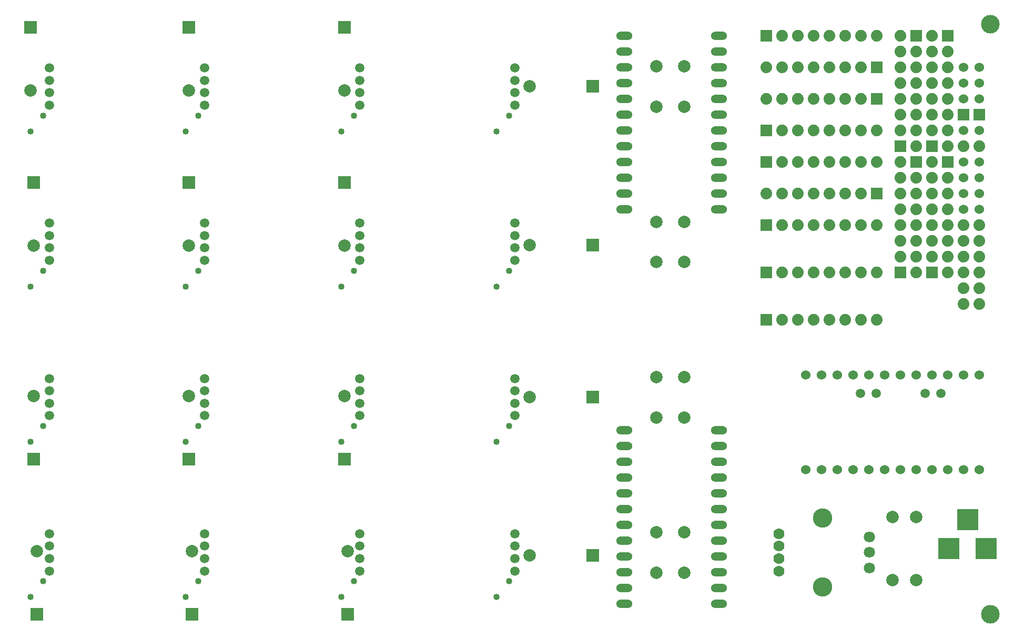
<source format=gbs>
G04 #@! TF.FileFunction,Soldermask,Bot*
%FSLAX46Y46*%
G04 Gerber Fmt 4.6, Leading zero omitted, Abs format (unit mm)*
G04 Created by KiCad (PCBNEW 4.0.4-stable) date 11/27/16 15:51:27*
%MOMM*%
%LPD*%
G01*
G04 APERTURE LIST*
%ADD10C,0.100000*%
%ADD11C,1.524000*%
%ADD12C,1.500000*%
%ADD13R,3.500120X3.500120*%
%ADD14R,1.879600X1.879600*%
%ADD15C,1.879600*%
%ADD16C,1.998980*%
%ADD17R,1.998980X1.998980*%
%ADD18C,2.000000*%
%ADD19C,1.508000*%
%ADD20C,1.016000*%
%ADD21O,2.641600X1.320800*%
%ADD22C,1.800000*%
%ADD23C,1.778000*%
%ADD24C,3.116000*%
%ADD25C,3.000000*%
G04 APERTURE END LIST*
D10*
D11*
X194310000Y-125730000D03*
X196850000Y-125730000D03*
X199390000Y-125730000D03*
X201930000Y-125730000D03*
X204470000Y-125730000D03*
X207010000Y-125730000D03*
X209550000Y-125730000D03*
X212090000Y-125730000D03*
X214630000Y-125730000D03*
X217170000Y-125730000D03*
X219710000Y-125730000D03*
X222250000Y-125730000D03*
X194310000Y-110490000D03*
X196850000Y-110490000D03*
X199390000Y-110490000D03*
X201930000Y-110490000D03*
X204470000Y-110490000D03*
X207010000Y-110490000D03*
X209550000Y-110490000D03*
X212090000Y-110490000D03*
X214630000Y-110490000D03*
X217170000Y-110490000D03*
X219710000Y-110490000D03*
X222250000Y-110490000D03*
D12*
X203073000Y-113411000D03*
X205613000Y-113411000D03*
X213487000Y-113411000D03*
X216027000Y-113411000D03*
D13*
X217319860Y-138430000D03*
X223319340Y-138430000D03*
X220319600Y-133731000D03*
D14*
X222250000Y-68580000D03*
D15*
X222250000Y-73660000D03*
X222250000Y-86360000D03*
X222250000Y-88900000D03*
X222250000Y-91440000D03*
X222250000Y-93980000D03*
X222250000Y-96520000D03*
X222250000Y-99060000D03*
D11*
X222250000Y-60960000D03*
X222250000Y-63500000D03*
X222250000Y-66040000D03*
X222250000Y-71120000D03*
X222250000Y-76200000D03*
X222250000Y-78740000D03*
X222250000Y-81280000D03*
X222250000Y-83820000D03*
D16*
X70502540Y-138840000D03*
D17*
X70502540Y-149000000D03*
D16*
X70005040Y-113840000D03*
D17*
X70005040Y-124000000D03*
D16*
X69999960Y-89660000D03*
D17*
X69999960Y-79500000D03*
D16*
X69499960Y-64660000D03*
D17*
X69499960Y-54500000D03*
D16*
X95500040Y-138840000D03*
D17*
X95500040Y-149000000D03*
D16*
X95002540Y-113840000D03*
D17*
X95002540Y-124000000D03*
D16*
X94994960Y-89660000D03*
D17*
X94994960Y-79500000D03*
D16*
X94999960Y-64660000D03*
D17*
X94999960Y-54500000D03*
D16*
X120502540Y-138840000D03*
D17*
X120502540Y-149000000D03*
D16*
X120002540Y-113840000D03*
D17*
X120002540Y-124000000D03*
D16*
X119997460Y-89660000D03*
D17*
X119997460Y-79500000D03*
D16*
X120000460Y-64660000D03*
D17*
X120000460Y-54500000D03*
D16*
X149840000Y-139497460D03*
D17*
X160000000Y-139497460D03*
D16*
X149840000Y-114000460D03*
D17*
X160000000Y-114000460D03*
D16*
X149840000Y-89497460D03*
D17*
X160000000Y-89497460D03*
D16*
X149840000Y-63997460D03*
D17*
X160000000Y-63997460D03*
D14*
X212090000Y-55880000D03*
D15*
X212090000Y-58420000D03*
X212090000Y-60960000D03*
X212090000Y-63500000D03*
X212090000Y-66040000D03*
X212090000Y-68580000D03*
X212090000Y-71120000D03*
X212090000Y-73660000D03*
D14*
X209550000Y-73660000D03*
D15*
X209550000Y-71120000D03*
X209550000Y-68580000D03*
X209550000Y-66040000D03*
X209550000Y-63500000D03*
X209550000Y-60960000D03*
X209550000Y-58420000D03*
X209550000Y-55880000D03*
D18*
X174732000Y-142270000D03*
X170232000Y-142270000D03*
X174732000Y-135770000D03*
X170232000Y-135770000D03*
X174732000Y-117270000D03*
X170232000Y-117270000D03*
X174732000Y-110770000D03*
X170232000Y-110770000D03*
X174732000Y-92270000D03*
X170232000Y-92270000D03*
X174732000Y-85770000D03*
X170232000Y-85770000D03*
X174732000Y-67270000D03*
X170232000Y-67270000D03*
X174732000Y-60770000D03*
X170232000Y-60770000D03*
D14*
X212090000Y-76200000D03*
D15*
X212090000Y-78740000D03*
X212090000Y-81280000D03*
X212090000Y-83820000D03*
X212090000Y-86360000D03*
X212090000Y-88900000D03*
X212090000Y-91440000D03*
X212090000Y-93980000D03*
D14*
X209550000Y-93980000D03*
D15*
X209550000Y-91440000D03*
X209550000Y-88900000D03*
X209550000Y-86360000D03*
X209550000Y-83820000D03*
X209550000Y-81280000D03*
X209550000Y-78740000D03*
X209550000Y-76200000D03*
D14*
X187960000Y-76200000D03*
D15*
X190500000Y-76200000D03*
X193040000Y-76200000D03*
X195580000Y-76200000D03*
X198120000Y-76200000D03*
X200660000Y-76200000D03*
X203200000Y-76200000D03*
X205740000Y-76200000D03*
D14*
X205740000Y-81280000D03*
D15*
X203200000Y-81280000D03*
X200660000Y-81280000D03*
X198120000Y-81280000D03*
X195580000Y-81280000D03*
X193040000Y-81280000D03*
X190500000Y-81280000D03*
X187960000Y-81280000D03*
D14*
X214630000Y-93980000D03*
D15*
X214630000Y-91440000D03*
X214630000Y-88900000D03*
X214630000Y-86360000D03*
X214630000Y-83820000D03*
X214630000Y-81280000D03*
X214630000Y-78740000D03*
X214630000Y-76200000D03*
D14*
X217170000Y-76200000D03*
D15*
X217170000Y-78740000D03*
X217170000Y-81280000D03*
X217170000Y-83820000D03*
X217170000Y-86360000D03*
X217170000Y-88900000D03*
X217170000Y-91440000D03*
X217170000Y-93980000D03*
D14*
X205740000Y-60960000D03*
D15*
X203200000Y-60960000D03*
X200660000Y-60960000D03*
X198120000Y-60960000D03*
X195580000Y-60960000D03*
X193040000Y-60960000D03*
X190500000Y-60960000D03*
X187960000Y-60960000D03*
D14*
X187960000Y-55880000D03*
D15*
X190500000Y-55880000D03*
X193040000Y-55880000D03*
X195580000Y-55880000D03*
X198120000Y-55880000D03*
X200660000Y-55880000D03*
X203200000Y-55880000D03*
X205740000Y-55880000D03*
D14*
X217170000Y-55880000D03*
D15*
X217170000Y-58420000D03*
X217170000Y-60960000D03*
X217170000Y-63500000D03*
X217170000Y-66040000D03*
X217170000Y-68580000D03*
X217170000Y-71120000D03*
X217170000Y-73660000D03*
D14*
X214630000Y-73660000D03*
D15*
X214630000Y-71120000D03*
X214630000Y-68580000D03*
X214630000Y-66040000D03*
X214630000Y-63500000D03*
X214630000Y-60960000D03*
X214630000Y-58420000D03*
X214630000Y-55880000D03*
D14*
X205740000Y-66040000D03*
D15*
X203200000Y-66040000D03*
X200660000Y-66040000D03*
X198120000Y-66040000D03*
X195580000Y-66040000D03*
X193040000Y-66040000D03*
X190500000Y-66040000D03*
X187960000Y-66040000D03*
D14*
X187960000Y-71120000D03*
D15*
X190500000Y-71120000D03*
X193040000Y-71120000D03*
X195580000Y-71120000D03*
X198120000Y-71120000D03*
X200660000Y-71120000D03*
X203200000Y-71120000D03*
X205740000Y-71120000D03*
D14*
X187960000Y-86360000D03*
D15*
X190500000Y-86360000D03*
X193040000Y-86360000D03*
X195580000Y-86360000D03*
X198120000Y-86360000D03*
X200660000Y-86360000D03*
X203200000Y-86360000D03*
X205740000Y-86360000D03*
D14*
X187960000Y-101600000D03*
D15*
X190500000Y-101600000D03*
X193040000Y-101600000D03*
X195580000Y-101600000D03*
X198120000Y-101600000D03*
X200660000Y-101600000D03*
X203200000Y-101600000D03*
X205740000Y-101600000D03*
D16*
X212090000Y-133350000D03*
X212090000Y-143510000D03*
X208280000Y-143510000D03*
X208280000Y-133350000D03*
D19*
X122500000Y-90000000D03*
X122500000Y-88000000D03*
X122500000Y-86000000D03*
X122500000Y-92000000D03*
X122500000Y-65000000D03*
X122500000Y-63000000D03*
X122500000Y-61000000D03*
X122500000Y-67000000D03*
X147500000Y-90000000D03*
X147500000Y-88000000D03*
X147500000Y-86000000D03*
X147500000Y-92000000D03*
D20*
X146519000Y-93672000D03*
X144487000Y-96212000D03*
D19*
X147500000Y-65000000D03*
X147500000Y-63000000D03*
X147500000Y-61000000D03*
X147500000Y-67000000D03*
D20*
X146519000Y-68672000D03*
X144487000Y-71212000D03*
X121519000Y-93672000D03*
X119487000Y-96212000D03*
X121519000Y-68672000D03*
X119487000Y-71212000D03*
D19*
X122500000Y-140000000D03*
X122500000Y-138000000D03*
X122500000Y-136000000D03*
X122500000Y-142000000D03*
X122500000Y-115000000D03*
X122500000Y-113000000D03*
X122500000Y-111000000D03*
X122500000Y-117000000D03*
X147500000Y-140000000D03*
X147500000Y-138000000D03*
X147500000Y-136000000D03*
X147500000Y-142000000D03*
D20*
X146519000Y-143672000D03*
X144487000Y-146212000D03*
D19*
X147500000Y-115000000D03*
X147500000Y-113000000D03*
X147500000Y-111000000D03*
X147500000Y-117000000D03*
D20*
X146519000Y-118672000D03*
X144487000Y-121212000D03*
X121519000Y-143672000D03*
X119487000Y-146212000D03*
X121519000Y-118672000D03*
X119487000Y-121212000D03*
D19*
X72500000Y-140000000D03*
X72500000Y-138000000D03*
X72500000Y-136000000D03*
X72500000Y-142000000D03*
X72500000Y-115000000D03*
X72500000Y-113000000D03*
X72500000Y-111000000D03*
X72500000Y-117000000D03*
X97500000Y-140000000D03*
X97500000Y-138000000D03*
X97500000Y-136000000D03*
X97500000Y-142000000D03*
D20*
X96519000Y-143672000D03*
X94487000Y-146212000D03*
D19*
X97500000Y-115000000D03*
X97500000Y-113000000D03*
X97500000Y-111000000D03*
X97500000Y-117000000D03*
D20*
X96519000Y-118672000D03*
X94487000Y-121212000D03*
X71519000Y-143672000D03*
X69487000Y-146212000D03*
X71519000Y-118672000D03*
X69487000Y-121212000D03*
D19*
X72500000Y-90000000D03*
X72500000Y-88000000D03*
X72500000Y-86000000D03*
X72500000Y-92000000D03*
X72500000Y-65000000D03*
X72500000Y-63000000D03*
X72500000Y-61000000D03*
X72500000Y-67000000D03*
X97500000Y-90000000D03*
X97500000Y-88000000D03*
X97500000Y-86000000D03*
X97500000Y-92000000D03*
D20*
X96519000Y-93672000D03*
X94487000Y-96212000D03*
D19*
X97500000Y-65000000D03*
X97500000Y-63000000D03*
X97500000Y-61000000D03*
X97500000Y-67000000D03*
D20*
X96519000Y-68672000D03*
X94487000Y-71212000D03*
X71519000Y-93672000D03*
X69487000Y-96212000D03*
X71519000Y-68672000D03*
X69487000Y-71212000D03*
D21*
X180340000Y-119380000D03*
X180340000Y-121920000D03*
X180340000Y-124460000D03*
X180340000Y-127000000D03*
X180340000Y-129540000D03*
X180340000Y-132080000D03*
X180340000Y-134620000D03*
X180340000Y-137160000D03*
X180340000Y-139700000D03*
X180340000Y-142240000D03*
X180340000Y-144780000D03*
X180340000Y-147320000D03*
X165100000Y-147320000D03*
X165100000Y-144780000D03*
X165100000Y-142240000D03*
X165100000Y-139700000D03*
X165100000Y-137160000D03*
X165100000Y-134620000D03*
X165100000Y-132080000D03*
X165100000Y-129540000D03*
X165100000Y-127000000D03*
X165100000Y-124460000D03*
X165100000Y-121920000D03*
X165100000Y-119380000D03*
X180340000Y-55880000D03*
X180340000Y-58420000D03*
X180340000Y-60960000D03*
X180340000Y-63500000D03*
X180340000Y-66040000D03*
X180340000Y-68580000D03*
X180340000Y-71120000D03*
X180340000Y-73660000D03*
X180340000Y-76200000D03*
X180340000Y-78740000D03*
X180340000Y-81280000D03*
X180340000Y-83820000D03*
X165100000Y-83820000D03*
X165100000Y-81280000D03*
X165100000Y-78740000D03*
X165100000Y-76200000D03*
X165100000Y-73660000D03*
X165100000Y-71120000D03*
X165100000Y-68580000D03*
X165100000Y-66040000D03*
X165100000Y-63500000D03*
X165100000Y-60960000D03*
X165100000Y-58420000D03*
X165100000Y-55880000D03*
D14*
X219710000Y-68580000D03*
D15*
X219710000Y-73660000D03*
X219710000Y-86360000D03*
X219710000Y-88900000D03*
X219710000Y-91440000D03*
X219710000Y-93980000D03*
X219710000Y-96520000D03*
X219710000Y-99060000D03*
D11*
X219710000Y-60960000D03*
X219710000Y-63500000D03*
X219710000Y-66040000D03*
X219710000Y-71120000D03*
X219710000Y-76200000D03*
X219710000Y-78740000D03*
X219710000Y-81280000D03*
X219710000Y-83820000D03*
D22*
X204500000Y-141500000D03*
X204500000Y-139000000D03*
X204500000Y-136500000D03*
D23*
X190000000Y-138000000D03*
X190000000Y-140000000D03*
D24*
X197000000Y-144550000D03*
X197000000Y-133450000D03*
D23*
X190000000Y-136000000D03*
X190000000Y-142000000D03*
D25*
X224000000Y-149000000D03*
X224000000Y-54000000D03*
D14*
X187960000Y-93980000D03*
D15*
X190500000Y-93980000D03*
X193040000Y-93980000D03*
X195580000Y-93980000D03*
X198120000Y-93980000D03*
X200660000Y-93980000D03*
X203200000Y-93980000D03*
X205740000Y-93980000D03*
M02*

</source>
